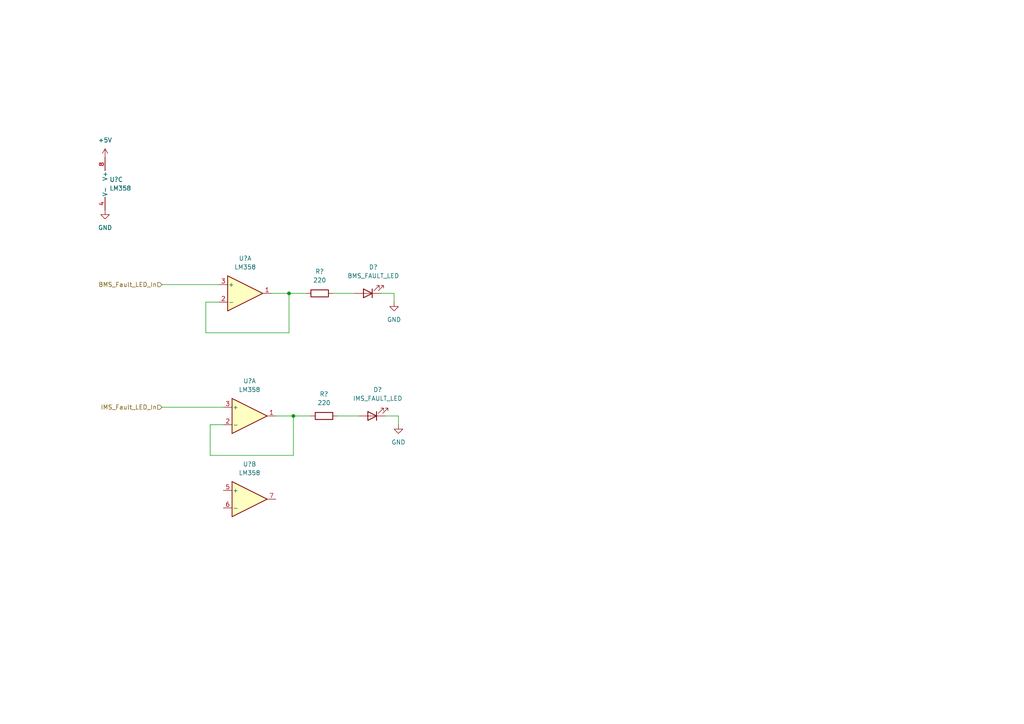
<source format=kicad_sch>
(kicad_sch (version 20211123) (generator eeschema)
  (paper "A4")
  (lib_symbols
    (symbol "Amplifier_Operational:LM358" (pin_names (offset 0.127))
      (property "Reference" "U" (at 0 5.08 0))
      (property "Value" "LM358" (at 0 -5.08 0))
      (symbol "LM358_1_1"
        (polyline (pts (xy -5.08 5.08) (xy 5.08 0) (xy -5.08 -5.08) (xy -5.08 5.08)) (stroke (width 0.254)) (fill (type background)))
        (pin output line (at 7.62 0 180) (length 2.54) (name "~") (number "1"))
        (pin input line (at -7.62 -2.54 0) (length 2.54) (name "-") (number "2"))
        (pin input line (at -7.62 2.54 0) (length 2.54) (name "+") (number "3"))
      )
      (symbol "LM358_2_1"
        (polyline (pts (xy -5.08 5.08) (xy 5.08 0) (xy -5.08 -5.08) (xy -5.08 5.08)) (stroke (width 0.254)) (fill (type background)))
        (pin input line (at -7.62 2.54 0) (length 2.54) (name "+") (number "5"))
        (pin input line (at -7.62 -2.54 0) (length 2.54) (name "-") (number "6"))
        (pin output line (at 7.62 0 180) (length 2.54) (name "~") (number "7"))
      )
      (symbol "LM358_3_1"
        (pin power_in line (at -2.54 -7.62 90) (length 3.81) (name "V-") (number "4"))
        (pin power_in line (at -2.54 7.62 270) (length 3.81) (name "V+") (number "8"))
      )
    )
    (symbol "Device:LED" (pin_numbers hide) (pin_names (offset 1.016) hide)
      (property "Reference" "D" (at 0 2.54 0))
      (property "Value" "LED" (at 0 -2.54 0))
      (symbol "LED_0_1"
        (polyline (pts (xy -1.27 -1.27) (xy -1.27 1.27)) (stroke (width 0.254)))
        (polyline (pts (xy -1.27 0) (xy 1.27 0)))
        (polyline (pts (xy 1.27 -1.27) (xy 1.27 1.27) (xy -1.27 0) (xy 1.27 -1.27)) (stroke (width 0.254)))
        (polyline (pts (xy -3.048 -0.762) (xy -4.572 -2.286) (xy -3.81 -2.286) (xy -4.572 -2.286) (xy -4.572 -1.524)))
        (polyline (pts (xy -1.778 -0.762) (xy -3.302 -2.286) (xy -2.54 -2.286) (xy -3.302 -2.286) (xy -3.302 -1.524)))
      )
      (symbol "LED_1_1"
        (pin passive line (at -3.81 0 0) (length 2.54) (name "K") (number "1"))
        (pin passive line (at 3.81 0 180) (length 2.54) (name "A") (number "2"))
      )
    )
    (symbol "Device:R" (pin_numbers hide) (pin_names (offset 0))
      (property "Reference" "R" (at 2.032 0 90))
      (property "Value" "R" (at 0 0 90))
      (symbol "R_0_1"
        (rectangle (start -1.016 -2.54) (end 1.016 2.54) (stroke (width 0.254)))
      )
      (symbol "R_1_1"
        (pin passive line (at 0 3.81 270) (length 1.27) (name "~") (number "1"))
        (pin passive line (at 0 -3.81 90) (length 1.27) (name "~") (number "2"))
      )
    )
    (symbol "power:+5V" (power) (pin_names (offset 0))
      (property "Value" "+5V" (at 0 3.556 0))
      (symbol "+5V_0_1"
        (polyline (pts (xy -0.762 1.27) (xy 0 2.54)))
        (polyline (pts (xy 0 0) (xy 0 2.54)))
        (polyline (pts (xy 0 2.54) (xy 0.762 1.27)))
      )
      (symbol "+5V_1_1"
        (pin power_in line (at 0 0 90) (length 0) hide (name "+5V") (number "1"))
      )
    )
    (symbol "power:GND" (power) (pin_names (offset 0))
      (property "Value" "GND" (at 0 -3.81 0))
      (symbol "GND_0_1"
        (polyline (pts (xy 0 0) (xy 0 -1.27) (xy 1.27 -1.27) (xy 0 -2.54) (xy -1.27 -1.27) (xy 0 -1.27)))
      )
      (symbol "GND_1_1"
        (pin power_in line (at 0 0 270) (length 0) hide (name "GND") (number "1"))
      )
    )
  )
  (junction (at 83.82 85.09))
  (junction (at 85.09 120.65))
  (wire (pts (xy 60.96 132.08) (xy 60.96 123.19)))
  (wire (pts (xy 111.76 120.65) (xy 115.57 120.65)))
  (wire (pts (xy 85.09 120.65) (xy 85.09 132.08)))
  (wire (pts (xy 59.69 87.63) (xy 63.5 87.63)))
  (wire (pts (xy 78.74 85.09) (xy 83.82 85.09)))
  (wire (pts (xy 83.82 96.52) (xy 59.69 96.52)))
  (wire (pts (xy 90.17 120.65) (xy 85.09 120.65)))
  (wire (pts (xy 80.01 120.65) (xy 85.09 120.65)))
  (wire (pts (xy 83.82 85.09) (xy 83.82 96.52)))
  (wire (pts (xy 110.49 85.09) (xy 114.3 85.09)))
  (wire (pts (xy 115.57 120.65) (xy 115.57 123.19)))
  (wire (pts (xy 96.52 85.09) (xy 102.87 85.09)))
  (wire (pts (xy 88.9 85.09) (xy 83.82 85.09)))
  (wire (pts (xy 85.09 132.08) (xy 60.96 132.08)))
  (wire (pts (xy 59.69 96.52) (xy 59.69 87.63)))
  (wire (pts (xy 97.79 120.65) (xy 104.14 120.65)))
  (wire (pts (xy 46.99 118.11) (xy 64.77 118.11)))
  (wire (pts (xy 60.96 123.19) (xy 64.77 123.19)))
  (wire (pts (xy 46.99 82.55) (xy 63.5 82.55)))
  (wire (pts (xy 114.3 85.09) (xy 114.3 87.63)))
  (hierarchical_label "IMS_Fault_LED_In" (shape input) (at 46.99 118.11 180))
  (hierarchical_label "BMS_Fault_LED_In" (shape input) (at 46.99 82.55 180))
  (symbol (lib_id "Amplifier_Operational:LM358") (at 72.39 144.78 0) (unit 2)
    (property "Reference" "U?" (at 72.39 134.62 0))
    (property "Value" "LM358" (at 72.39 137.16 0))
    (property "Datasheet" "http://www.ti.com/lit/ds/symlink/lm2904-n.pdf" (effects hide))
  )
  (symbol (lib_id "power:GND") (at 30.48 60.96 0) (unit 1)
    (property "Reference" "#PWR?" (effects hide))
    (property "Value" "GND" (at 30.48 66.04 0))
  )
  (symbol (lib_id "power:GND") (at 114.3 87.63 0) (unit 1)
    (property "Reference" "#PWR?" (effects hide))
    (property "Value" "GND" (at 114.3 92.71 0))
  )
  (symbol (lib_id "Device:LED") (at 106.68 85.09 180) (unit 1)
    (property "Reference" "D?" (at 108.2675 77.47 0))
    (property "Value" "BMS_FAULT_LED" (at 108.2675 80.01 0))
  )
  (symbol (lib_id "Amplifier_Operational:LM358") (at 33.02 53.34 0) (unit 3)
    (property "Reference" "U?" (at 31.75 52.0699 0) (effects (justify left)))
    (property "Value" "LM358" (at 31.75 54.6099 0) (effects (justify left)))
    (property "Datasheet" "http://www.ti.com/lit/ds/symlink/lm2904-n.pdf" (effects hide))
  )
  (symbol (lib_id "power:GND") (at 115.57 123.19 0) (unit 1)
    (property "Reference" "#PWR?" (effects hide))
    (property "Value" "GND" (at 115.57 128.27 0))
  )
  (symbol (lib_id "Amplifier_Operational:LM358") (at 72.39 120.65 0) (unit 1)
    (property "Reference" "U?" (at 72.39 110.49 0))
    (property "Value" "LM358" (at 72.39 113.03 0))
    (property "Datasheet" "http://www.ti.com/lit/ds/symlink/lm2904-n.pdf" (effects hide))
  )
  (symbol (lib_id "Device:R") (at 93.98 120.65 90) (unit 1)
    (property "Reference" "R?" (at 93.98 114.3 90))
    (property "Value" "220" (at 93.98 116.84 90))
  )
  (symbol (lib_id "Device:LED") (at 107.95 120.65 180) (unit 1)
    (property "Reference" "D?" (at 109.5375 113.03 0))
    (property "Value" "IMS_FAULT_LED" (at 109.5375 115.57 0))
  )
  (symbol (lib_id "Amplifier_Operational:LM358") (at 71.12 85.09 0) (unit 1)
    (property "Reference" "U?" (at 71.12 74.93 0))
    (property "Value" "LM358" (at 71.12 77.47 0))
    (property "Datasheet" "http://www.ti.com/lit/ds/symlink/lm2904-n.pdf" (effects hide))
  )
  (symbol (lib_id "Device:R") (at 92.71 85.09 90) (unit 1)
    (property "Reference" "R?" (at 92.71 78.74 90))
    (property "Value" "220" (at 92.71 81.28 90))
  )
  (symbol (lib_id "power:+5V") (at 30.48 45.72 0) (unit 1)
    (property "Reference" "#PWR?" (effects hide))
    (property "Value" "+5V" (at 30.48 40.64 0))
  )
)
</source>
